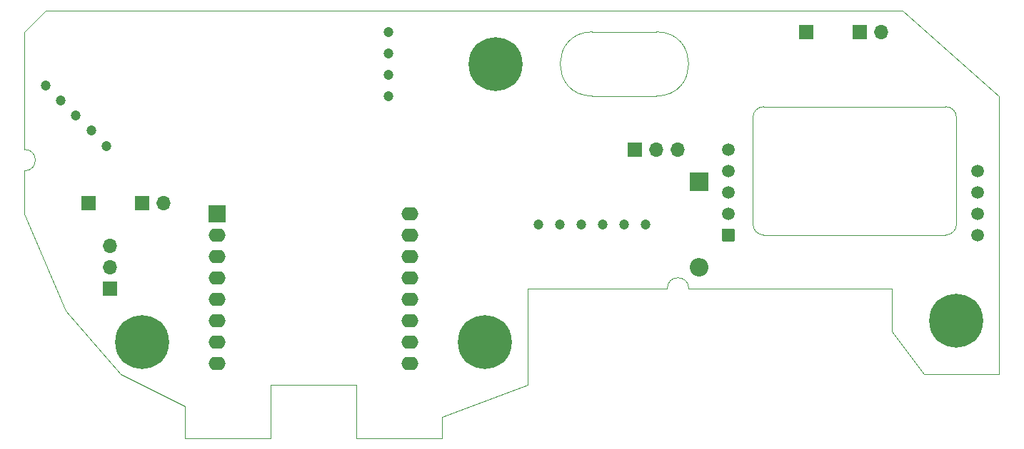
<source format=gbr>
%TF.GenerationSoftware,KiCad,Pcbnew,(5.1.8)-1*%
%TF.CreationDate,2020-12-23T12:42:43+01:00*%
%TF.ProjectId,Kiwi_EasyBoardv1.0,4b697769-5f45-4617-9379-426f61726476,rev?*%
%TF.SameCoordinates,Original*%
%TF.FileFunction,Soldermask,Bot*%
%TF.FilePolarity,Negative*%
%FSLAX46Y46*%
G04 Gerber Fmt 4.6, Leading zero omitted, Abs format (unit mm)*
G04 Created by KiCad (PCBNEW (5.1.8)-1) date 2020-12-23 12:42:43*
%MOMM*%
%LPD*%
G01*
G04 APERTURE LIST*
%TA.AperFunction,Profile*%
%ADD10C,0.050000*%
%TD*%
%ADD11O,2.200000X2.200000*%
%ADD12R,2.200000X2.200000*%
%ADD13C,6.400000*%
%ADD14C,3.600000*%
%ADD15C,1.200000*%
%ADD16C,1.511200*%
%ADD17O,2.000000X1.600000*%
%ADD18R,2.000000X2.000000*%
%ADD19R,1.700000X1.700000*%
%ADD20O,1.700000X1.700000*%
G04 APERTURE END LIST*
D10*
X76200000Y-86360000D02*
X76200000Y-100330000D01*
X180340000Y-83820000D02*
X78740000Y-83820000D01*
X76200000Y-86360000D02*
X78740000Y-83820000D01*
X154940000Y-116840000D02*
X179070000Y-116840000D01*
X144780000Y-116840000D02*
X152400000Y-116840000D01*
X152400000Y-116840000D02*
G75*
G02*
X154940000Y-116840000I1270000J0D01*
G01*
X76200000Y-102870000D02*
X76200000Y-107950000D01*
X76200000Y-100330000D02*
G75*
G02*
X76200000Y-102870000I0J-1270000D01*
G01*
X105410000Y-128270000D02*
X115570000Y-128270000D01*
X81079773Y-119452036D02*
X87630000Y-127000000D01*
X81079773Y-119452036D02*
X76200000Y-107950000D01*
X182880000Y-127000000D02*
X191770000Y-127000000D01*
X135890000Y-116840000D02*
X144780000Y-116840000D01*
X125730000Y-132080000D02*
X135890000Y-128270000D01*
X135890000Y-116840000D02*
X135890000Y-128270000D01*
X95250000Y-130810000D02*
X87630000Y-127000000D01*
X185420000Y-95250000D02*
X163830000Y-95250000D01*
X186690000Y-109220000D02*
X186690000Y-96520000D01*
X163830000Y-110490000D02*
X185420000Y-110490000D01*
X162560000Y-96520000D02*
X162560000Y-109220000D01*
X186690000Y-109220000D02*
G75*
G02*
X185420000Y-110490000I-1270000J0D01*
G01*
X163830000Y-110490000D02*
G75*
G02*
X162560000Y-109220000I0J1270000D01*
G01*
X162560000Y-96520000D02*
G75*
G02*
X163830000Y-95250000I1270000J0D01*
G01*
X185420000Y-95250000D02*
G75*
G02*
X186690000Y-96520000I0J-1270000D01*
G01*
X179070000Y-116840000D02*
X179070000Y-118110000D01*
X191770000Y-93980000D02*
X180340000Y-83820000D01*
X191770000Y-127000000D02*
X191770000Y-93980000D01*
X179070000Y-121920000D02*
X182880000Y-127000000D01*
X179070000Y-118110000D02*
X179070000Y-121920000D01*
X115570000Y-128270000D02*
X115570000Y-134620000D01*
X125730000Y-134620000D02*
X125730000Y-132080000D01*
X95250000Y-134620000D02*
X95250000Y-130810000D01*
X115570000Y-134620000D02*
X125730000Y-134620000D01*
X105410000Y-134620000D02*
X95250000Y-134620000D01*
X105410000Y-128270000D02*
X105410000Y-134620000D01*
X143510000Y-93980000D02*
X151130000Y-93980000D01*
X143510000Y-86360000D02*
X151130000Y-86360000D01*
X143510000Y-93980000D02*
G75*
G02*
X143510000Y-86360000I0J3810000D01*
G01*
X151130000Y-86360000D02*
G75*
G02*
X151130000Y-93980000I0J-3810000D01*
G01*
D11*
%TO.C,D1*%
X156210000Y-114300000D03*
D12*
X156210000Y-104140000D03*
%TD*%
D13*
%TO.C,H4*%
X132080000Y-90170000D03*
D14*
X132080000Y-90170000D03*
%TD*%
D15*
%TO.C,U4*%
X85892102Y-99892102D03*
X84096051Y-98096051D03*
X82300000Y-96300000D03*
X80503949Y-94503949D03*
X78707898Y-92707898D03*
%TD*%
D16*
%TO.C,U2*%
X189230000Y-102870000D03*
X189230000Y-105410000D03*
X189230000Y-107950000D03*
X189230000Y-110490000D03*
X159639000Y-100330000D03*
X159639000Y-102870000D03*
X159639000Y-105410000D03*
X159639000Y-107950000D03*
G36*
G01*
X160394600Y-109836000D02*
X160394600Y-111144000D01*
G75*
G02*
X160293000Y-111245600I-101600J0D01*
G01*
X158985000Y-111245600D01*
G75*
G02*
X158883400Y-111144000I0J101600D01*
G01*
X158883400Y-109836000D01*
G75*
G02*
X158985000Y-109734400I101600J0D01*
G01*
X160293000Y-109734400D01*
G75*
G02*
X160394600Y-109836000I0J-101600D01*
G01*
G37*
%TD*%
D17*
%TO.C,U1*%
X121920000Y-107950000D03*
X121920000Y-110490000D03*
X121920000Y-113030000D03*
X121920000Y-115570000D03*
X121920000Y-118110000D03*
X121920000Y-120650000D03*
X121920000Y-123190000D03*
X121920000Y-125730000D03*
X99060000Y-125730000D03*
X99060000Y-123190000D03*
X99060000Y-120650000D03*
X99060000Y-118110000D03*
X99060000Y-115570000D03*
X99060000Y-113030000D03*
D18*
X99060000Y-107950000D03*
D17*
X99060000Y-110490000D03*
%TD*%
D13*
%TO.C,H3*%
X186690000Y-120650000D03*
D14*
X186690000Y-120650000D03*
%TD*%
D19*
%TO.C,J15*%
X168910000Y-86360000D03*
%TD*%
D20*
%TO.C,J14*%
X86360000Y-111760000D03*
X86360000Y-114300000D03*
D19*
X86360000Y-116840000D03*
%TD*%
%TO.C,J13*%
X83820000Y-106680000D03*
%TD*%
D20*
%TO.C,J12*%
X177800000Y-86360000D03*
D19*
X175260000Y-86360000D03*
%TD*%
D20*
%TO.C,J10*%
X92710000Y-106680000D03*
D19*
X90170000Y-106680000D03*
%TD*%
D20*
%TO.C,J8*%
X153670000Y-100330000D03*
X151130000Y-100330000D03*
D19*
X148590000Y-100330000D03*
%TD*%
D15*
%TO.C,U3*%
X119380000Y-93980000D03*
X119380000Y-91440000D03*
X119380000Y-88900000D03*
X119380000Y-86360000D03*
%TD*%
%TO.C,U5*%
X149860000Y-109220000D03*
X147320000Y-109220000D03*
X144780000Y-109220000D03*
X142240000Y-109220000D03*
X139700000Y-109220000D03*
X137160000Y-109220000D03*
%TD*%
D13*
%TO.C,H2*%
X90170000Y-123190000D03*
D14*
X90170000Y-123190000D03*
%TD*%
D13*
%TO.C,H1*%
X130810000Y-123190000D03*
D14*
X130810000Y-123190000D03*
%TD*%
M02*

</source>
